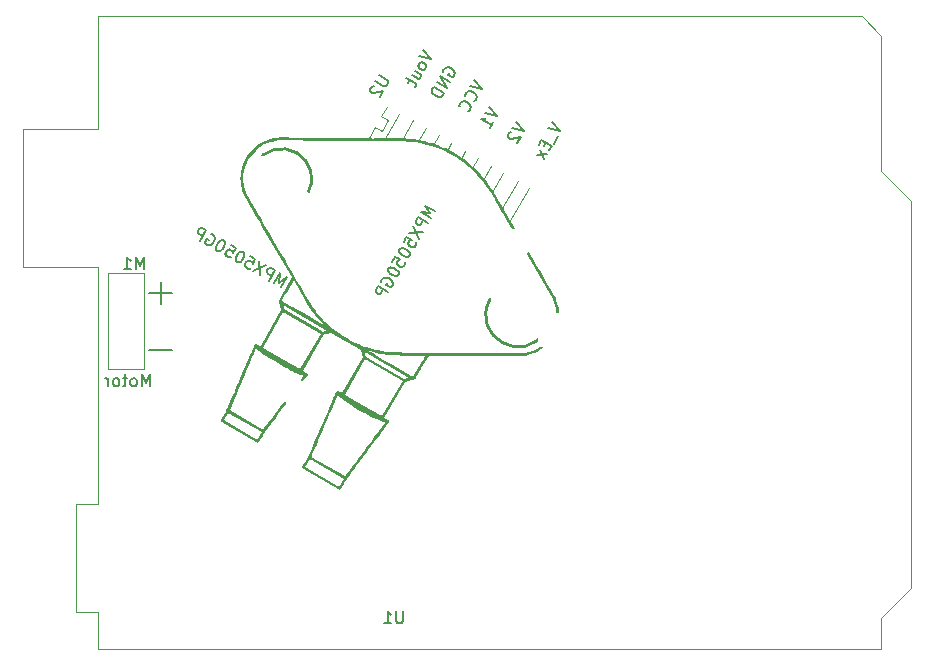
<source format=gbr>
%TF.GenerationSoftware,KiCad,Pcbnew,6.0.1-79c1e3a40b~116~ubuntu20.04.1*%
%TF.CreationDate,2022-01-30T00:58:34-05:00*%
%TF.ProjectId,Protogasm-Board-V2,50726f74-6f67-4617-936d-2d426f617264,rev?*%
%TF.SameCoordinates,PX68290a0PY76b1be0*%
%TF.FileFunction,Legend,Bot*%
%TF.FilePolarity,Positive*%
%FSLAX46Y46*%
G04 Gerber Fmt 4.6, Leading zero omitted, Abs format (unit mm)*
G04 Created by KiCad (PCBNEW 6.0.1-79c1e3a40b~116~ubuntu20.04.1) date 2022-01-30 00:58:34*
%MOMM*%
%LPD*%
G01*
G04 APERTURE LIST*
G04 Aperture macros list*
%AMRotRect*
0 Rectangle, with rotation*
0 The origin of the aperture is its center*
0 $1 length*
0 $2 width*
0 $3 Rotation angle, in degrees counterclockwise*
0 Add horizontal line*
21,1,$1,$2,0,0,$3*%
G04 Aperture macros list end*
%ADD10C,0.150000*%
%ADD11C,0.254000*%
%ADD12C,0.120000*%
%ADD13C,1.981200*%
%ADD14RotRect,1.981200X1.981200X240.000000*%
%ADD15C,1.600000*%
%ADD16O,1.600000X1.600000*%
%ADD17R,2.000000X2.000000*%
%ADD18C,2.000000*%
%ADD19R,2.500000X3.000000*%
%ADD20O,3.500000X3.500000*%
%ADD21R,1.905000X2.000000*%
%ADD22O,1.905000X2.000000*%
%ADD23C,2.159000*%
%ADD24R,1.800000X1.800000*%
%ADD25O,1.800000X1.800000*%
%ADD26C,1.524000*%
%ADD27C,2.540000*%
%ADD28R,1.600000X1.600000*%
%ADD29C,3.200000*%
G04 APERTURE END LIST*
D10*
%TO.C,U2*%
X23629559Y48490746D02*
X24330627Y48085984D01*
X24389296Y47997126D01*
X24406726Y47932077D01*
X24400346Y47825789D01*
X24305108Y47660832D01*
X24216250Y47602162D01*
X24151201Y47584733D01*
X24044913Y47591112D01*
X23343845Y47995874D01*
X23212037Y47577102D02*
X23146989Y47559672D01*
X23058130Y47501003D01*
X22939083Y47294806D01*
X22932703Y47188518D01*
X22950133Y47123469D01*
X23008802Y47034611D01*
X23091280Y46986992D01*
X23238808Y46956803D01*
X24019394Y47165960D01*
X23709870Y46629849D01*
X28406916Y36951489D02*
X27540890Y37451489D01*
X27992813Y36805671D01*
X27207557Y36874138D01*
X28073582Y36374138D01*
X27835487Y35961745D02*
X26969462Y36461745D01*
X26778986Y36131831D01*
X26772606Y36025543D01*
X26790036Y35960494D01*
X26848705Y35871635D01*
X26972423Y35800207D01*
X27078711Y35793827D01*
X27143760Y35811257D01*
X27232618Y35869926D01*
X27423094Y36199840D01*
X26517081Y35678198D02*
X27049773Y34600848D01*
X26183747Y35100848D02*
X27383106Y35178198D01*
X25755176Y34358541D02*
X25993271Y34770934D01*
X26429474Y34574078D01*
X26364425Y34556648D01*
X26275567Y34497979D01*
X26156519Y34291782D01*
X26150139Y34185494D01*
X26167569Y34120445D01*
X26226238Y34031587D01*
X26432435Y33912539D01*
X26538723Y33906160D01*
X26603772Y33923589D01*
X26692630Y33982259D01*
X26811678Y34188455D01*
X26818057Y34294743D01*
X26800628Y34359792D01*
X25421843Y33781190D02*
X25374224Y33698712D01*
X25367844Y33592424D01*
X25385274Y33527375D01*
X25443943Y33438516D01*
X25585091Y33302039D01*
X25791287Y33182991D01*
X25980054Y33128993D01*
X26086342Y33122613D01*
X26151391Y33140043D01*
X26240249Y33198712D01*
X26287868Y33281190D01*
X26294248Y33387479D01*
X26276818Y33452527D01*
X26218149Y33541386D01*
X26077001Y33677863D01*
X25870805Y33796911D01*
X25682038Y33850909D01*
X25575750Y33857289D01*
X25510701Y33839859D01*
X25421843Y33781190D01*
X24802795Y32708968D02*
X25040890Y33121361D01*
X25477093Y32924506D01*
X25412044Y32907076D01*
X25323186Y32848407D01*
X25204138Y32642210D01*
X25197758Y32535922D01*
X25215188Y32470873D01*
X25273857Y32382015D01*
X25480054Y32262967D01*
X25586342Y32256587D01*
X25651391Y32274017D01*
X25740249Y32332686D01*
X25859297Y32538883D01*
X25865676Y32645171D01*
X25848247Y32710220D01*
X24469462Y32131618D02*
X24421843Y32049140D01*
X24415463Y31942851D01*
X24432893Y31877803D01*
X24491562Y31788944D01*
X24632710Y31652467D01*
X24838906Y31533419D01*
X25027673Y31479420D01*
X25133961Y31473041D01*
X25199010Y31490470D01*
X25287868Y31549140D01*
X25335487Y31631618D01*
X25341867Y31737906D01*
X25324437Y31802955D01*
X25265768Y31891813D01*
X25124620Y32028291D01*
X24918424Y32147339D01*
X24729657Y32201337D01*
X24623369Y32207717D01*
X24558320Y32190287D01*
X24469462Y32131618D01*
X23867844Y30994347D02*
X23874224Y31100636D01*
X23945652Y31224353D01*
X24058320Y31324262D01*
X24188418Y31359121D01*
X24294706Y31352742D01*
X24483473Y31298743D01*
X24607191Y31227314D01*
X24748338Y31090837D01*
X24807007Y31001979D01*
X24841867Y30871881D01*
X24811678Y30724353D01*
X24764059Y30641875D01*
X24651391Y30541966D01*
X24586342Y30524537D01*
X24297667Y30691203D01*
X24392905Y30856161D01*
X24454535Y30105764D02*
X23588509Y30605764D01*
X23398033Y30275849D01*
X23391653Y30169561D01*
X23409083Y30104512D01*
X23467752Y30015654D01*
X23591470Y29944226D01*
X23697758Y29937846D01*
X23762807Y29955276D01*
X23851666Y30013945D01*
X24042142Y30343859D01*
X29109284Y48781734D02*
X29115664Y48888022D01*
X29187093Y49011740D01*
X29299761Y49111649D01*
X29429858Y49146508D01*
X29536146Y49140128D01*
X29724913Y49086130D01*
X29848631Y49014701D01*
X29989779Y48878224D01*
X30048448Y48789365D01*
X30083307Y48659268D01*
X30053118Y48511740D01*
X30005499Y48429262D01*
X29892831Y48329353D01*
X29827782Y48311923D01*
X29539107Y48478590D01*
X29634345Y48643547D01*
X29695975Y47893151D02*
X28829950Y48393151D01*
X29410261Y47398279D01*
X28544236Y47898279D01*
X29172166Y46985886D02*
X28306140Y47485886D01*
X28187093Y47279689D01*
X28156903Y47132162D01*
X28191763Y47002064D01*
X28250432Y46913206D01*
X28391580Y46776729D01*
X28515298Y46705300D01*
X28704064Y46651301D01*
X28810353Y46644921D01*
X28940450Y46679781D01*
X29053118Y46779689D01*
X29172166Y46985886D01*
X15361488Y30521084D02*
X15861488Y31387110D01*
X15215670Y30935187D01*
X15284137Y31720443D01*
X14784137Y30854418D01*
X14371744Y31092513D02*
X14871744Y31958538D01*
X14541830Y32149014D01*
X14435542Y32155394D01*
X14370493Y32137964D01*
X14281634Y32079295D01*
X14210206Y31955577D01*
X14203826Y31849289D01*
X14221256Y31784240D01*
X14279925Y31695382D01*
X14609839Y31504906D01*
X14088197Y32410919D02*
X13010847Y31878227D01*
X13510847Y32744253D02*
X13588197Y31544894D01*
X12768540Y33172824D02*
X13180933Y32934729D01*
X12984077Y32498526D01*
X12966647Y32563575D01*
X12907978Y32652433D01*
X12701781Y32771481D01*
X12595493Y32777861D01*
X12530444Y32760431D01*
X12441586Y32701762D01*
X12322538Y32495565D01*
X12316159Y32389277D01*
X12333588Y32324228D01*
X12392258Y32235370D01*
X12598454Y32116322D01*
X12704742Y32109943D01*
X12769791Y32127372D01*
X12191189Y33506157D02*
X12108711Y33553776D01*
X12002423Y33560156D01*
X11937374Y33542726D01*
X11848515Y33484057D01*
X11712038Y33342909D01*
X11592990Y33136713D01*
X11538992Y32947946D01*
X11532612Y32841658D01*
X11550042Y32776609D01*
X11608711Y32687751D01*
X11691189Y32640132D01*
X11797478Y32633752D01*
X11862526Y32651182D01*
X11951385Y32709851D01*
X12087862Y32850999D01*
X12206910Y33057195D01*
X12260908Y33245962D01*
X12267288Y33352250D01*
X12249858Y33417299D01*
X12191189Y33506157D01*
X11118967Y34125205D02*
X11531360Y33887110D01*
X11334505Y33450907D01*
X11317075Y33515956D01*
X11258406Y33604814D01*
X11052209Y33723862D01*
X10945921Y33730242D01*
X10880872Y33712812D01*
X10792014Y33654143D01*
X10672966Y33447946D01*
X10666586Y33341658D01*
X10684016Y33276609D01*
X10742685Y33187751D01*
X10948882Y33068703D01*
X11055170Y33062324D01*
X11120219Y33079753D01*
X10541617Y34458538D02*
X10459139Y34506157D01*
X10352850Y34512537D01*
X10287802Y34495107D01*
X10198943Y34436438D01*
X10062466Y34295290D01*
X9943418Y34089094D01*
X9889419Y33900327D01*
X9883040Y33794039D01*
X9900469Y33728990D01*
X9959139Y33640132D01*
X10041617Y33592513D01*
X10147905Y33586133D01*
X10212954Y33603563D01*
X10301812Y33662232D01*
X10438290Y33803380D01*
X10557338Y34009576D01*
X10611336Y34198343D01*
X10617716Y34304631D01*
X10600286Y34369680D01*
X10541617Y34458538D01*
X9404346Y35060156D02*
X9510635Y35053776D01*
X9634352Y34982348D01*
X9734261Y34869680D01*
X9769120Y34739582D01*
X9762741Y34633294D01*
X9708742Y34444527D01*
X9637313Y34320809D01*
X9500836Y34179662D01*
X9411978Y34120993D01*
X9281880Y34086133D01*
X9134352Y34116322D01*
X9051874Y34163941D01*
X8951965Y34276609D01*
X8934536Y34341658D01*
X9101202Y34630333D01*
X9266160Y34535095D01*
X8515763Y34473465D02*
X9015763Y35339491D01*
X8685848Y35529967D01*
X8579560Y35536347D01*
X8514511Y35518917D01*
X8425653Y35460248D01*
X8354225Y35336530D01*
X8347845Y35230242D01*
X8365275Y35165193D01*
X8423944Y35076334D01*
X8753858Y34885858D01*
X27369378Y50652894D02*
X28068737Y49864219D01*
X27036045Y50075544D01*
X27663975Y49163151D02*
X27670355Y49269439D01*
X27652925Y49334488D01*
X27594256Y49423346D01*
X27346820Y49566203D01*
X27240532Y49572583D01*
X27175483Y49555153D01*
X27086625Y49496484D01*
X27015196Y49372766D01*
X27008817Y49266478D01*
X27026246Y49201429D01*
X27084916Y49112571D01*
X27332351Y48969714D01*
X27438640Y48963334D01*
X27503688Y48980764D01*
X27592547Y49039433D01*
X27663975Y49163151D01*
X26491387Y48465501D02*
X27068737Y48132168D01*
X26705673Y48836655D02*
X27159305Y48574750D01*
X27217974Y48485892D01*
X27211594Y48379604D01*
X27140166Y48255886D01*
X27051307Y48197217D01*
X26986259Y48179787D01*
X26324720Y48176826D02*
X26134244Y47846912D01*
X25964617Y48219775D02*
X26706924Y47791204D01*
X26765593Y47702345D01*
X26759213Y47596057D01*
X26711594Y47513578D01*
X32957378Y45826895D02*
X33656737Y45038220D01*
X32624045Y45249545D01*
X33061499Y44007237D02*
X33347213Y44502109D01*
X33204356Y44254673D02*
X32338331Y44754673D01*
X32509668Y44765723D01*
X32639765Y44800583D01*
X32728624Y44859252D01*
X35243378Y44556893D02*
X35942737Y43768218D01*
X34910045Y43979543D01*
X34849667Y43684488D02*
X34784618Y43667058D01*
X34695759Y43608389D01*
X34576712Y43402192D01*
X34570332Y43295904D01*
X34587762Y43230855D01*
X34646431Y43141997D01*
X34728910Y43094378D01*
X34876437Y43064189D01*
X35657023Y43273346D01*
X35347499Y42737235D01*
X31687378Y48112894D02*
X32386737Y47324219D01*
X31354045Y47535544D01*
X31685211Y46299616D02*
X31750260Y46317046D01*
X31862928Y46416954D01*
X31910547Y46499433D01*
X31940736Y46646960D01*
X31905876Y46777058D01*
X31847207Y46865916D01*
X31706060Y47002394D01*
X31582342Y47073822D01*
X31393575Y47127821D01*
X31287287Y47134201D01*
X31157189Y47099341D01*
X31044521Y46999433D01*
X30996902Y46916954D01*
X30966713Y46769427D01*
X30984143Y46704378D01*
X31185211Y45433591D02*
X31250260Y45451020D01*
X31362928Y45550929D01*
X31410547Y45633407D01*
X31440736Y45780935D01*
X31405876Y45911032D01*
X31347207Y45999891D01*
X31206060Y46136368D01*
X31082342Y46207797D01*
X30893575Y46261796D01*
X30787287Y46268175D01*
X30657189Y46233316D01*
X30544521Y46133407D01*
X30496902Y46050929D01*
X30466713Y45903401D01*
X30484143Y45838352D01*
X38291378Y44556894D02*
X38990737Y43768219D01*
X37958045Y43979544D01*
X38858930Y43349446D02*
X38477978Y42689617D01*
X37822819Y42792944D02*
X37656152Y42504269D01*
X38038356Y42118647D02*
X38276451Y42531040D01*
X37410426Y43031040D01*
X37172331Y42618647D01*
X37871690Y41829971D02*
X37032435Y41709672D01*
X37294339Y42163305D02*
X37609785Y41376339D01*
%TO.C,M1*%
X3732404Y32059620D02*
X3732404Y33059620D01*
X3399071Y32345334D01*
X3065738Y33059620D01*
X3065738Y32059620D01*
X2065738Y32059620D02*
X2637166Y32059620D01*
X2351452Y32059620D02*
X2351452Y33059620D01*
X2446690Y32916762D01*
X2541928Y32821524D01*
X2637166Y32773905D01*
X6155738Y30044572D02*
X4220500Y30044572D01*
X5188119Y29076953D02*
X5188119Y31012191D01*
X4240404Y22153620D02*
X4240404Y23153620D01*
X3907071Y22439334D01*
X3573738Y23153620D01*
X3573738Y22153620D01*
X2954690Y22153620D02*
X3049928Y22201239D01*
X3097547Y22248858D01*
X3145166Y22344096D01*
X3145166Y22629810D01*
X3097547Y22725048D01*
X3049928Y22772667D01*
X2954690Y22820286D01*
X2811833Y22820286D01*
X2716595Y22772667D01*
X2668976Y22725048D01*
X2621357Y22629810D01*
X2621357Y22344096D01*
X2668976Y22248858D01*
X2716595Y22201239D01*
X2811833Y22153620D01*
X2954690Y22153620D01*
X2335642Y22820286D02*
X1954690Y22820286D01*
X2192785Y23153620D02*
X2192785Y22296477D01*
X2145166Y22201239D01*
X2049928Y22153620D01*
X1954690Y22153620D01*
X1478500Y22153620D02*
X1573738Y22201239D01*
X1621357Y22248858D01*
X1668976Y22344096D01*
X1668976Y22629810D01*
X1621357Y22725048D01*
X1573738Y22772667D01*
X1478500Y22820286D01*
X1335642Y22820286D01*
X1240404Y22772667D01*
X1192785Y22725048D01*
X1145166Y22629810D01*
X1145166Y22344096D01*
X1192785Y22248858D01*
X1240404Y22201239D01*
X1335642Y22153620D01*
X1478500Y22153620D01*
X716595Y22153620D02*
X716595Y22820286D01*
X716595Y22629810D02*
X668976Y22725048D01*
X621357Y22772667D01*
X526119Y22820286D01*
X430880Y22820286D01*
X6155738Y25218572D02*
X4220500Y25218572D01*
%TO.C,U1*%
X25699404Y3087620D02*
X25699404Y2278096D01*
X25651785Y2182858D01*
X25604166Y2135239D01*
X25508928Y2087620D01*
X25318452Y2087620D01*
X25223214Y2135239D01*
X25175595Y2182858D01*
X25127976Y2278096D01*
X25127976Y3087620D01*
X24127976Y2087620D02*
X24699404Y2087620D01*
X24413690Y2087620D02*
X24413690Y3087620D01*
X24508928Y2944762D01*
X24604166Y2849524D01*
X24699404Y2801905D01*
%TO.C,U2*%
G36*
X13636761Y25536150D02*
G01*
X15402781Y28594986D01*
X15316194Y28908283D01*
X15290119Y28997144D01*
X15287269Y29005570D01*
X15551072Y29005570D01*
X15595246Y28832497D01*
X15639419Y28659424D01*
X18865489Y26796852D01*
X18937266Y26755411D01*
X19109239Y26803692D01*
X19281211Y26851973D01*
X15551072Y29005570D01*
X15287269Y29005570D01*
X15247872Y29122064D01*
X15209144Y29215926D01*
X15179880Y29263250D01*
X15176150Y29266480D01*
X15165615Y29279578D01*
X15162057Y29298831D01*
X15168211Y29329728D01*
X15186811Y29377755D01*
X15189990Y29384403D01*
X15427872Y29384403D01*
X15434079Y29379802D01*
X15485935Y29347946D01*
X15586599Y29288295D01*
X15682053Y29232436D01*
X15731496Y29203502D01*
X15916053Y29096216D01*
X16135695Y28969088D01*
X16385848Y28824767D01*
X16661938Y28665903D01*
X16959391Y28495146D01*
X17273632Y28315146D01*
X19115240Y27261381D01*
X18943978Y27443992D01*
X18907955Y27482470D01*
X18680351Y27729562D01*
X18475820Y27960298D01*
X18288528Y28182794D01*
X18112645Y28405173D01*
X17942335Y28635554D01*
X17771767Y28882057D01*
X17595108Y29152803D01*
X17406524Y29455910D01*
X17200184Y29799501D01*
X16970255Y30191693D01*
X16433507Y31115100D01*
X15928614Y30257498D01*
X15868240Y30154788D01*
X15748931Y29950804D01*
X15642827Y29768056D01*
X15553797Y29613292D01*
X15485714Y29493263D01*
X15442449Y29414717D01*
X15427872Y29384403D01*
X15189990Y29384403D01*
X15220589Y29448402D01*
X15272283Y29547154D01*
X15344626Y29679502D01*
X15440352Y29850932D01*
X15562197Y30066934D01*
X15712893Y30332993D01*
X16295635Y31361067D01*
X14277584Y34811995D01*
X14043776Y35212192D01*
X13796472Y35636328D01*
X13558969Y36044515D01*
X13333318Y36433193D01*
X13121565Y36798802D01*
X12925761Y37137782D01*
X12747956Y37446572D01*
X12590199Y37721616D01*
X12454540Y37959349D01*
X12343028Y38156214D01*
X12257713Y38308650D01*
X12200644Y38413099D01*
X12173871Y38465999D01*
X12157337Y38507489D01*
X12099323Y38686197D01*
X12043047Y38906600D01*
X11992568Y39151555D01*
X11951942Y39403912D01*
X11948985Y39426940D01*
X11941639Y39579059D01*
X12179460Y39579059D01*
X12223869Y39197806D01*
X12319752Y38797096D01*
X12322534Y38787643D01*
X12336277Y38743122D01*
X12352082Y38696975D01*
X12371458Y38646525D01*
X12395913Y38589094D01*
X12426957Y38522005D01*
X12466098Y38442581D01*
X12514845Y38348143D01*
X12574705Y38236016D01*
X12647189Y38103521D01*
X12733803Y37947982D01*
X12836057Y37766719D01*
X12955460Y37557057D01*
X13093521Y37316319D01*
X13251745Y37041826D01*
X13431645Y36730901D01*
X13634727Y36380867D01*
X13862501Y35989047D01*
X14116474Y35552763D01*
X14398156Y35069338D01*
X14709055Y34536095D01*
X15050679Y33950354D01*
X15309028Y33507598D01*
X15666788Y32895120D01*
X15995212Y32333802D01*
X16295836Y31821134D01*
X16570199Y31354605D01*
X16571001Y31353247D01*
X16819837Y30931704D01*
X17046286Y30549921D01*
X17251084Y30206745D01*
X17435768Y29899667D01*
X17601873Y29626173D01*
X17750937Y29383756D01*
X17884498Y29169903D01*
X18004092Y28982103D01*
X18111256Y28817849D01*
X18207526Y28674625D01*
X18294439Y28549925D01*
X18373534Y28441236D01*
X18446345Y28346049D01*
X18514412Y28261851D01*
X18579269Y28186134D01*
X18608438Y28153283D01*
X18763939Y27983758D01*
X18941770Y27797266D01*
X19131102Y27604566D01*
X19321102Y27416415D01*
X19500938Y27243569D01*
X19659782Y27096787D01*
X19786801Y26986824D01*
X20009474Y26816077D01*
X20293594Y26619297D01*
X20611246Y26416081D01*
X20948692Y26214360D01*
X21292196Y26022064D01*
X21628022Y25847125D01*
X21942433Y25697473D01*
X22221695Y25581038D01*
X22250726Y25570299D01*
X22420867Y25512997D01*
X22635675Y25447395D01*
X22675922Y25435900D01*
X22880416Y25377495D01*
X23140361Y25307298D01*
X23400776Y25240805D01*
X23646931Y25182019D01*
X23864094Y25134939D01*
X23929281Y25122439D01*
X24032988Y25105122D01*
X24147625Y25089216D01*
X24276137Y25074644D01*
X24421465Y25061330D01*
X24586551Y25049199D01*
X24774339Y25038176D01*
X24987771Y25028184D01*
X25229790Y25019148D01*
X25503339Y25010992D01*
X25811360Y25003640D01*
X26156796Y24997018D01*
X26542590Y24991050D01*
X26971684Y24985658D01*
X27447021Y24980769D01*
X27706914Y24978557D01*
X27971544Y24976305D01*
X28548197Y24972193D01*
X29179919Y24968354D01*
X29869657Y24964716D01*
X30620350Y24961201D01*
X30768873Y24960542D01*
X31433840Y24957630D01*
X32038631Y24955086D01*
X32586319Y24952942D01*
X33079976Y24951231D01*
X33522676Y24949984D01*
X33917492Y24949235D01*
X34267496Y24949014D01*
X34575762Y24949354D01*
X34845362Y24950289D01*
X35079370Y24951849D01*
X35280858Y24954067D01*
X35452900Y24956974D01*
X35598568Y24960605D01*
X35720935Y24964990D01*
X35823075Y24970162D01*
X35908060Y24976152D01*
X35978962Y24982994D01*
X36038857Y24990720D01*
X36090815Y24999361D01*
X36137910Y25008950D01*
X36183215Y25019520D01*
X36304393Y25050813D01*
X36685621Y25177630D01*
X37028626Y25341743D01*
X37348780Y25551422D01*
X37661459Y25814940D01*
X37716950Y25868262D01*
X37839383Y25994885D01*
X37951020Y26121140D01*
X38033119Y26226281D01*
X38102049Y26324754D01*
X38170620Y26421843D01*
X38218254Y26488315D01*
X38304390Y26630197D01*
X38397933Y26834824D01*
X38485865Y27076085D01*
X38563996Y27339700D01*
X38628134Y27611392D01*
X38674089Y27876881D01*
X38697671Y28121889D01*
X38700434Y28217655D01*
X38696806Y28333026D01*
X38683069Y28453566D01*
X38656980Y28593227D01*
X38616294Y28765964D01*
X38558767Y28985730D01*
X38405756Y29554542D01*
X36255763Y33211021D01*
X35995392Y33653833D01*
X35720892Y34120669D01*
X35449244Y34582651D01*
X35183134Y35035215D01*
X34925246Y35473790D01*
X34678266Y35893815D01*
X34444879Y36290720D01*
X34227769Y36659940D01*
X34029622Y36996909D01*
X33853123Y37297060D01*
X33700957Y37555827D01*
X33575808Y37768643D01*
X33480364Y37930943D01*
X33456331Y37971755D01*
X33207025Y38387811D01*
X32978785Y38753523D01*
X32766455Y39075963D01*
X32564883Y39362199D01*
X32368912Y39619300D01*
X32173392Y39854337D01*
X31973166Y40074378D01*
X31763083Y40286493D01*
X31281238Y40729823D01*
X30753093Y41157343D01*
X30213282Y41531552D01*
X29652506Y41857817D01*
X29061468Y42141506D01*
X28430866Y42387991D01*
X27751405Y42602636D01*
X27724847Y42610121D01*
X27436292Y42684819D01*
X27145008Y42747102D01*
X26842293Y42797897D01*
X26519449Y42838134D01*
X26167776Y42868741D01*
X25778577Y42890647D01*
X25343151Y42904780D01*
X24852798Y42912070D01*
X24675842Y42913488D01*
X24431891Y42915438D01*
X24134360Y42917813D01*
X23788547Y42920572D01*
X23399748Y42923670D01*
X22973261Y42927068D01*
X22514382Y42930723D01*
X22028409Y42934592D01*
X21520639Y42938633D01*
X20996368Y42942804D01*
X20460895Y42947063D01*
X19919515Y42951368D01*
X19377527Y42955675D01*
X15135926Y42989384D01*
X14566814Y42837490D01*
X14436069Y42801657D01*
X14182071Y42723485D01*
X13969369Y42641439D01*
X13782696Y42547216D01*
X13606784Y42432515D01*
X13426366Y42289032D01*
X13226173Y42108466D01*
X13135945Y42020985D01*
X12832239Y41674373D01*
X12586716Y41301540D01*
X12399089Y40901995D01*
X12269067Y40475245D01*
X12242923Y40353881D01*
X12185989Y39958528D01*
X12179460Y39579059D01*
X11941639Y39579059D01*
X11936687Y39681594D01*
X11953239Y39973039D01*
X11995793Y40284450D01*
X12061498Y40599003D01*
X12147507Y40899870D01*
X12250972Y41170227D01*
X12318213Y41310154D01*
X12522680Y41651955D01*
X12773074Y41978645D01*
X13059561Y42280482D01*
X13372307Y42547726D01*
X13701474Y42770635D01*
X14037231Y42939468D01*
X14063693Y42950108D01*
X14247137Y43013507D01*
X14463182Y43074704D01*
X14693357Y43129607D01*
X14919193Y43174125D01*
X15122220Y43204169D01*
X15283969Y43215645D01*
X15366575Y43215803D01*
X15512675Y43215501D01*
X15709746Y43214726D01*
X15952796Y43213517D01*
X16236829Y43211913D01*
X16556852Y43209952D01*
X16907869Y43207674D01*
X17284887Y43205118D01*
X17682911Y43202322D01*
X18096947Y43199325D01*
X18522001Y43196168D01*
X18953077Y43192887D01*
X19385182Y43189522D01*
X19813322Y43186113D01*
X20232501Y43182698D01*
X20637727Y43179316D01*
X21024003Y43176005D01*
X21386337Y43172806D01*
X21719733Y43169757D01*
X22019198Y43166897D01*
X22279736Y43164264D01*
X22496353Y43161898D01*
X22664056Y43159838D01*
X22777849Y43158121D01*
X22832739Y43156790D01*
X22942902Y43149863D01*
X23066801Y43138406D01*
X23156242Y43126044D01*
X23167239Y43124098D01*
X23240797Y43119415D01*
X23278962Y43131524D01*
X23282297Y43133966D01*
X23330760Y43142612D01*
X23423427Y43149031D01*
X23544513Y43153024D01*
X23678233Y43154388D01*
X23808801Y43152923D01*
X23920432Y43148425D01*
X23997341Y43140694D01*
X24043670Y43137164D01*
X24140231Y43136784D01*
X24255745Y43140969D01*
X24364464Y43145026D01*
X24534806Y43148058D01*
X24742504Y43149516D01*
X24973518Y43149453D01*
X25213809Y43147923D01*
X25449336Y43144976D01*
X25666060Y43140665D01*
X25849942Y43135042D01*
X25994917Y43127597D01*
X26240009Y43108549D01*
X26493768Y43082295D01*
X26738058Y43051011D01*
X26954741Y43016872D01*
X27125678Y42982051D01*
X27221053Y42960556D01*
X27327456Y42940430D01*
X27397712Y42931727D01*
X27453998Y42925337D01*
X27583213Y42897664D01*
X27756189Y42851062D01*
X27963567Y42788593D01*
X28195992Y42713318D01*
X28444107Y42628301D01*
X28698555Y42536603D01*
X28949981Y42441288D01*
X29189028Y42345417D01*
X29324070Y42287366D01*
X29621070Y42146974D01*
X29773448Y42067294D01*
X29923622Y41988766D01*
X30215116Y41822039D01*
X30478940Y41656096D01*
X30698486Y41500234D01*
X30871179Y41365202D01*
X31162220Y41129072D01*
X31448887Y40886620D01*
X31719055Y40648397D01*
X31960601Y40424955D01*
X32161403Y40226850D01*
X32197245Y40189025D01*
X32322476Y40047346D01*
X32466017Y39873728D01*
X32620409Y39678255D01*
X32778193Y39471004D01*
X32931911Y39262057D01*
X33074106Y39061497D01*
X33197316Y38879404D01*
X33294085Y38725857D01*
X33356955Y38610939D01*
X33360402Y38604058D01*
X33393327Y38544221D01*
X33454064Y38437529D01*
X33538833Y38290495D01*
X33643857Y38109629D01*
X33765356Y37901442D01*
X33899554Y37672447D01*
X34042670Y37429154D01*
X34064529Y37392063D01*
X34211380Y37142778D01*
X34352427Y36903190D01*
X34483226Y36680857D01*
X34599334Y36483335D01*
X34696310Y36318180D01*
X34769711Y36192951D01*
X34815093Y36115206D01*
X34844586Y36064718D01*
X34905853Y35960208D01*
X34995110Y35808148D01*
X35110044Y35612471D01*
X35248344Y35377114D01*
X35407695Y35106010D01*
X35585784Y34803094D01*
X35780299Y34472302D01*
X35988927Y34117568D01*
X36209353Y33742826D01*
X36439265Y33352012D01*
X36676350Y32949060D01*
X36893861Y32579346D01*
X37124084Y32187910D01*
X37344857Y31812416D01*
X37553888Y31456775D01*
X37748876Y31124901D01*
X37927526Y30820705D01*
X38087541Y30548101D01*
X38226623Y30311000D01*
X38342474Y30113315D01*
X38432799Y29958959D01*
X38495300Y29851842D01*
X38527680Y29795880D01*
X38539106Y29775170D01*
X38611212Y29620478D01*
X38686916Y29423803D01*
X38760526Y29203186D01*
X38826349Y28976667D01*
X38878697Y28762287D01*
X38911875Y28578086D01*
X38927970Y28371981D01*
X38922694Y28071166D01*
X38890616Y27748504D01*
X38834473Y27422952D01*
X38757001Y27113472D01*
X38660934Y26839021D01*
X38621083Y26746979D01*
X38403790Y26338665D01*
X38136032Y25969160D01*
X37816197Y25636169D01*
X37782578Y25606020D01*
X37606380Y25459777D01*
X37413830Y25315870D01*
X37220420Y25184902D01*
X37041640Y25077476D01*
X36892981Y25004197D01*
X36685533Y24924931D01*
X36466887Y24851589D01*
X36255763Y24789856D01*
X36069048Y24744669D01*
X35923631Y24720960D01*
X35882702Y24719054D01*
X35776890Y24716994D01*
X35614594Y24715328D01*
X35399957Y24714056D01*
X35137122Y24713179D01*
X34830233Y24712696D01*
X34483429Y24712609D01*
X34100856Y24712919D01*
X33686655Y24713626D01*
X33244970Y24714730D01*
X32779940Y24716232D01*
X32295712Y24718132D01*
X31796426Y24720431D01*
X27878578Y24739803D01*
X27259565Y23699588D01*
X27195708Y23592302D01*
X27048670Y23345636D01*
X26929588Y23146979D01*
X26835097Y22991295D01*
X26761834Y22873545D01*
X26706432Y22788694D01*
X26665528Y22731703D01*
X26635759Y22697537D01*
X26613757Y22681157D01*
X26596161Y22677527D01*
X26579603Y22681610D01*
X26550159Y22684560D01*
X26463908Y22676323D01*
X26343076Y22654667D01*
X26204039Y22622183D01*
X25889423Y22540521D01*
X24123403Y19481684D01*
X24331790Y19361372D01*
X24339304Y19356924D01*
X24401048Y19320373D01*
X24483858Y19264653D01*
X24524177Y19223226D01*
X24531714Y19187658D01*
X24531328Y19186437D01*
X24507177Y19148027D01*
X24447672Y19062604D01*
X24355514Y18933846D01*
X24233404Y18765428D01*
X24084039Y18561027D01*
X23910124Y18324320D01*
X23714356Y18058985D01*
X23499438Y17768697D01*
X23268070Y17457131D01*
X23022953Y17127966D01*
X22766786Y16784877D01*
X22623648Y16593372D01*
X22327461Y16196668D01*
X22065788Y15845444D01*
X21835872Y15535880D01*
X21634948Y15264155D01*
X21460256Y15026446D01*
X21309037Y14818933D01*
X21178528Y14637793D01*
X21065968Y14479206D01*
X20968597Y14339350D01*
X20883652Y14214402D01*
X20808374Y14100543D01*
X20740002Y13993951D01*
X20675773Y13890803D01*
X20341225Y13346107D01*
X17131593Y15199189D01*
X17172766Y15275203D01*
X17415280Y15275203D01*
X20265212Y13629794D01*
X20664583Y14321525D01*
X17814651Y15966934D01*
X17415280Y15275203D01*
X17172766Y15275203D01*
X17436039Y15761264D01*
X17461427Y15808429D01*
X17518806Y15917452D01*
X17577953Y16033694D01*
X17639673Y16159171D01*
X17928982Y16159171D01*
X20773899Y14516658D01*
X20784814Y14529771D01*
X20841306Y14597641D01*
X20849783Y14608361D01*
X20895007Y14667675D01*
X20974031Y14772489D01*
X21083865Y14918801D01*
X21221518Y15102610D01*
X21384000Y15319914D01*
X21568321Y15566715D01*
X21771490Y15839010D01*
X21990515Y16132799D01*
X22222408Y16444080D01*
X22464177Y16768854D01*
X22569569Y16910466D01*
X22808140Y17230940D01*
X23035886Y17536748D01*
X23249770Y17823823D01*
X23446762Y18088099D01*
X23623825Y18325505D01*
X23777926Y18531978D01*
X23906030Y18703446D01*
X24005104Y18835845D01*
X24072111Y18925105D01*
X24104019Y18967160D01*
X24126495Y18996556D01*
X24167446Y19054807D01*
X24179603Y19080315D01*
X24177118Y19081342D01*
X24133992Y19093460D01*
X24057560Y19112467D01*
X23995157Y19131150D01*
X23860433Y19182250D01*
X23684347Y19257329D01*
X23475671Y19352273D01*
X23243176Y19462963D01*
X22995629Y19585279D01*
X22741803Y19715106D01*
X22490465Y19848323D01*
X22219046Y19999077D01*
X21925415Y20169971D01*
X21628431Y20349818D01*
X21338098Y20532213D01*
X21315962Y20546654D01*
X21799094Y20546654D01*
X21819038Y20529513D01*
X21875942Y20488982D01*
X21966589Y20426603D01*
X22021646Y20389885D01*
X22206971Y20275092D01*
X22407065Y20161210D01*
X22589147Y20067169D01*
X22660202Y20033221D01*
X22735627Y19998081D01*
X22773266Y19982604D01*
X22770172Y19988805D01*
X22723402Y20018694D01*
X22630011Y20074288D01*
X22487053Y20157600D01*
X22291583Y20270642D01*
X22153244Y20350434D01*
X21993184Y20442292D01*
X21882951Y20504586D01*
X21819326Y20538859D01*
X21799094Y20546654D01*
X21315962Y20546654D01*
X21064425Y20710747D01*
X20817419Y20879013D01*
X20607084Y21030602D01*
X20443430Y21159108D01*
X20357699Y21230518D01*
X20264976Y21306521D01*
X20200186Y21358120D01*
X20173763Y21376890D01*
X20169568Y21368674D01*
X20143526Y21310956D01*
X20095655Y21202382D01*
X20028170Y21048087D01*
X19943287Y20853206D01*
X19843221Y20622872D01*
X19730186Y20362221D01*
X19606398Y20076385D01*
X19474072Y19770500D01*
X19335422Y19449699D01*
X19192665Y19119118D01*
X19048014Y18783889D01*
X18903684Y18449147D01*
X18761891Y18120026D01*
X18624850Y17801662D01*
X18494776Y17499187D01*
X18373884Y17217736D01*
X18264388Y16962443D01*
X18168504Y16738444D01*
X18088447Y16550871D01*
X18026432Y16404858D01*
X17984673Y16305541D01*
X17965387Y16258053D01*
X17928982Y16159171D01*
X17639673Y16159171D01*
X17640797Y16161457D01*
X17709265Y16305043D01*
X17785287Y16468754D01*
X17870791Y16656892D01*
X17967708Y16873759D01*
X18077965Y17123656D01*
X18203492Y17410886D01*
X18346218Y17739751D01*
X18508071Y18114552D01*
X18690979Y18539591D01*
X18896875Y19019171D01*
X18916241Y19064310D01*
X19084635Y19456043D01*
X19246288Y19830774D01*
X19399367Y20184324D01*
X19542038Y20512520D01*
X19672467Y20811181D01*
X19788821Y21076133D01*
X19889266Y21303196D01*
X19946227Y21430615D01*
X20747755Y21430615D01*
X22407909Y20472125D01*
X23929718Y19593508D01*
X25670976Y22609456D01*
X22489013Y24446563D01*
X20747755Y21430615D01*
X19946227Y21430615D01*
X19971968Y21488195D01*
X20035093Y21626953D01*
X20076808Y21715291D01*
X20095280Y21749034D01*
X20112894Y21758278D01*
X20158103Y21755661D01*
X20231646Y21725216D01*
X20345683Y21662752D01*
X20554070Y21542439D01*
X22318539Y24598589D01*
X22234824Y24915260D01*
X22197704Y25055671D01*
X22456396Y25055671D01*
X22506709Y24860608D01*
X22557020Y24665545D01*
X25782800Y22803141D01*
X25826616Y22777843D01*
X26020702Y22831803D01*
X26214787Y22885763D01*
X22456396Y25055671D01*
X22197704Y25055671D01*
X22179545Y25124360D01*
X22843447Y25124360D01*
X22844989Y25120798D01*
X22887266Y25091006D01*
X22979111Y25032939D01*
X23116552Y24948962D01*
X23295615Y24841440D01*
X23512326Y24712739D01*
X23762711Y24565224D01*
X24042797Y24401261D01*
X24348609Y24223215D01*
X24676173Y24033451D01*
X26564113Y22942326D01*
X27075308Y23827742D01*
X27137595Y23936025D01*
X27258671Y24149002D01*
X27364057Y24337779D01*
X27450412Y24496180D01*
X27514397Y24618030D01*
X27552669Y24697151D01*
X27561890Y24727368D01*
X27530880Y24730467D01*
X27442435Y24733806D01*
X27304206Y24736970D01*
X27123574Y24739846D01*
X26907919Y24742315D01*
X26664624Y24744263D01*
X26401070Y24745574D01*
X26053643Y24747745D01*
X25620530Y24754083D01*
X25237268Y24764954D01*
X24895742Y24781093D01*
X24587832Y24803236D01*
X24305425Y24832122D01*
X24040400Y24868486D01*
X23784642Y24913064D01*
X23530035Y24966594D01*
X23268459Y25029810D01*
X23125596Y25065235D01*
X22993848Y25095879D01*
X22894980Y25116659D01*
X22843447Y25124360D01*
X22179545Y25124360D01*
X22151107Y25231930D01*
X19605453Y26701664D01*
X19288783Y26617948D01*
X18972112Y26534232D01*
X17206092Y23475395D01*
X17428314Y23347095D01*
X17520925Y23291971D01*
X17598280Y23238778D01*
X17635399Y23199136D01*
X17641975Y23164776D01*
X17641385Y23163078D01*
X17615892Y23123131D01*
X17554909Y23036439D01*
X17461145Y22906658D01*
X17337310Y22737440D01*
X17186113Y22532442D01*
X17010262Y22295317D01*
X16812466Y22029719D01*
X16595436Y21739303D01*
X16361879Y21427723D01*
X16114505Y21098633D01*
X15856023Y20755687D01*
X15689219Y20534602D01*
X15393278Y20141907D01*
X15131897Y19794326D01*
X14902328Y19488090D01*
X14701821Y19219426D01*
X14527625Y18984567D01*
X14376991Y18779742D01*
X14247168Y18601179D01*
X14135407Y18445111D01*
X14038958Y18307765D01*
X13955070Y18185374D01*
X13880993Y18074165D01*
X13813977Y17970370D01*
X13751275Y17870218D01*
X13423915Y17339818D01*
X10241952Y19176925D01*
X10282911Y19252939D01*
X10525639Y19252939D01*
X13347901Y17623505D01*
X13731298Y18287567D01*
X10909036Y19917001D01*
X10525639Y19252939D01*
X10282911Y19252939D01*
X10537613Y19725626D01*
X10566129Y19778955D01*
X10621790Y19885663D01*
X10679424Y20000122D01*
X10732477Y20109238D01*
X11023368Y20109238D01*
X13840615Y18482700D01*
X13851380Y18495556D01*
X13908295Y18563524D01*
X13918726Y18576668D01*
X13966553Y18638927D01*
X14048222Y18746299D01*
X14160742Y18894823D01*
X14301131Y19080541D01*
X14466397Y19299494D01*
X14653555Y19547723D01*
X14859616Y19821267D01*
X15081592Y20116169D01*
X15316497Y20428469D01*
X15561342Y20754207D01*
X15688018Y20922762D01*
X15928134Y21242102D01*
X16156775Y21545971D01*
X16370954Y21830414D01*
X16567683Y22091468D01*
X16743973Y22325176D01*
X16896840Y22527578D01*
X17023292Y22694715D01*
X17120346Y22822627D01*
X17185012Y22907354D01*
X17214305Y22944938D01*
X17216942Y22948124D01*
X17255631Y23008978D01*
X17253579Y23042164D01*
X17251276Y23043355D01*
X17204221Y23062795D01*
X17111193Y23098669D01*
X16984475Y23146303D01*
X16836352Y23201018D01*
X16750130Y23233109D01*
X16654112Y23270836D01*
X16559970Y23311049D01*
X16460576Y23357470D01*
X16348801Y23413823D01*
X16217516Y23483832D01*
X16059594Y23571217D01*
X15867905Y23679704D01*
X15635320Y23813017D01*
X15354713Y23974877D01*
X15282836Y24016473D01*
X14886198Y24248909D01*
X14539499Y24457746D01*
X14377444Y24558991D01*
X14828402Y24558991D01*
X14877750Y24522588D01*
X14927871Y24488768D01*
X15061662Y24402574D01*
X15226627Y24300008D01*
X15406467Y24191133D01*
X15584891Y24086008D01*
X15693232Y24023941D01*
X15855863Y23933490D01*
X16001679Y23855494D01*
X16117978Y23796693D01*
X16192062Y23763824D01*
X16200850Y23761067D01*
X16197883Y23770428D01*
X16143676Y23808234D01*
X16041751Y23872312D01*
X15895635Y23960482D01*
X15708851Y24070573D01*
X15484922Y24200405D01*
X15369393Y24266807D01*
X15154301Y24389459D01*
X14993215Y24479706D01*
X14885575Y24537846D01*
X14830824Y24564175D01*
X14828402Y24558991D01*
X14377444Y24558991D01*
X14236469Y24647066D01*
X13970843Y24820957D01*
X13736353Y24983502D01*
X13526732Y25138786D01*
X13335712Y25290896D01*
X13240250Y25369777D01*
X13202471Y25266430D01*
X13196211Y25250569D01*
X13165999Y25177457D01*
X13113642Y25052488D01*
X13041076Y24880239D01*
X12950242Y24665289D01*
X12843079Y24412214D01*
X12721525Y24125593D01*
X12587519Y23810002D01*
X12443002Y23470018D01*
X12289911Y23110221D01*
X12130186Y22735186D01*
X12047552Y22541206D01*
X11891057Y22173588D01*
X11742221Y21823642D01*
X11602982Y21495933D01*
X11475273Y21195030D01*
X11361031Y20925498D01*
X11262188Y20691905D01*
X11180681Y20498818D01*
X11118444Y20350805D01*
X11077413Y20252430D01*
X11059523Y20208263D01*
X11023368Y20109238D01*
X10732477Y20109238D01*
X10740920Y20126602D01*
X10808169Y20269368D01*
X10883061Y20432686D01*
X10967485Y20620824D01*
X11063333Y20838048D01*
X11172491Y21088624D01*
X11296854Y21376820D01*
X11438308Y21706901D01*
X11598746Y22083135D01*
X11780055Y22509788D01*
X11984128Y22991127D01*
X12008831Y23049427D01*
X12175766Y23442608D01*
X12335993Y23818633D01*
X12487700Y24173332D01*
X12629080Y24502530D01*
X12758321Y24802055D01*
X12873612Y25067732D01*
X12973146Y25295389D01*
X13030128Y25424326D01*
X13830446Y25424326D01*
X15601276Y24401936D01*
X17012407Y23587219D01*
X18753665Y26603167D01*
X15571704Y28440273D01*
X13830446Y25424326D01*
X13030128Y25424326D01*
X13055110Y25480853D01*
X13117694Y25619950D01*
X13159089Y25708507D01*
X13177484Y25742351D01*
X13196177Y25752076D01*
X13241408Y25749253D01*
X13314694Y25718790D01*
X13411203Y25665877D01*
X13428372Y25656463D01*
X13636761Y25536150D01*
G37*
D11*
X17624231Y38413974D02*
G75*
G03*
X13198351Y40998124I-2212940J1292075D01*
G01*
X33061135Y29501474D02*
G75*
G03*
X37766021Y26900576I2352443J-1300449D01*
G01*
D12*
X25369615Y45229372D02*
X24099615Y43029668D01*
X23349045Y44109642D02*
X23903301Y43789642D01*
X35407388Y39555305D02*
X34072388Y37243017D01*
X30979498Y42105975D02*
X30579498Y41413154D01*
X36400817Y38975975D02*
X34700817Y36031488D01*
X26562769Y44655975D02*
X25597769Y42984546D01*
X29801704Y42785975D02*
X29404204Y42097484D01*
X33187863Y40830975D02*
X32482863Y39609879D01*
X24443301Y44724949D02*
X23871725Y45054949D01*
X22784045Y43131033D02*
X23349045Y44109642D01*
X32018729Y41505975D02*
X31511229Y40626959D01*
X23871725Y45054949D02*
X24321725Y45834372D01*
X25549468Y43000885D02*
X27027621Y42921122D01*
X23903301Y43789642D02*
X24443301Y44724949D01*
X26984320Y42946122D02*
X27619320Y44045975D01*
X28736493Y43400975D02*
X28248993Y42556600D01*
X34201113Y40245975D02*
X33236113Y38574546D01*
%TO.C,M1*%
X3810000Y31750000D02*
X762000Y31750000D01*
X762000Y31750000D02*
X762000Y23622000D01*
X762000Y23622000D02*
X3810000Y23622000D01*
X3810000Y23622000D02*
X3810000Y31750000D01*
%TO.C,U1*%
X66170000Y51820000D02*
X66170000Y40390000D01*
X66170000Y2540000D02*
X66170000Y-130000D01*
X-130000Y43940000D02*
X-130000Y53470000D01*
X68710000Y5080000D02*
X66170000Y2540000D01*
X-6480000Y32260000D02*
X-6480000Y43940000D01*
X66170000Y40390000D02*
X68710000Y37850000D01*
X-130000Y3050000D02*
X-2030000Y3050000D01*
X-130000Y-130000D02*
X-130000Y3050000D01*
X-130000Y12190000D02*
X-130000Y32260000D01*
X66170000Y-130000D02*
X-130000Y-130000D01*
X-130000Y32260000D02*
X-6480000Y32260000D01*
X-2030000Y12190000D02*
X-130000Y12190000D01*
X-130000Y53470000D02*
X64520000Y53470000D01*
X-2030000Y3050000D02*
X-2030000Y12190000D01*
X68710000Y37850000D02*
X68710000Y5080000D01*
X-6480000Y43940000D02*
X-130000Y43940000D01*
X64520000Y53470000D02*
X66170000Y51820000D01*
%TD*%
%LPC*%
D13*
%TO.C,U2*%
X36398523Y40132000D03*
X34198818Y41402000D03*
X31999114Y42672000D03*
X29799409Y43942000D03*
X27599705Y45212000D03*
D14*
X25400000Y46482000D03*
%TD*%
D15*
%TO.C,R1*%
X21336000Y40894000D03*
D16*
X13716000Y40894000D03*
%TD*%
D17*
%TO.C,SW1*%
X35266000Y34428000D03*
D18*
X30266000Y34428000D03*
X32766000Y34428000D03*
D19*
X38366000Y26928000D03*
X27166000Y26928000D03*
D18*
X35266000Y19928000D03*
X30266000Y19928000D03*
%TD*%
D15*
%TO.C,C1*%
X25654000Y38354000D03*
X25654000Y40854000D03*
%TD*%
D20*
%TO.C,Q1*%
X17526000Y20932000D03*
D21*
X20066000Y37592000D03*
D22*
X17526000Y37592000D03*
X14986000Y37592000D03*
%TD*%
D23*
%TO.C,J1*%
X2286000Y20320000D03*
X2286000Y17780000D03*
X2286000Y15240000D03*
%TD*%
D24*
%TO.C,D1*%
X7112000Y31750000D03*
D25*
X7112000Y24130000D03*
%TD*%
D26*
%TO.C,R2*%
X2540000Y45974000D03*
X5080000Y51054000D03*
X7620000Y45974000D03*
%TD*%
D27*
%TO.C,M1*%
X2286000Y30226000D03*
X2286000Y25146000D03*
%TD*%
D16*
%TO.C,U1*%
X18800000Y50800000D03*
X21340000Y50800000D03*
X23880000Y50800000D03*
X26420000Y50800000D03*
X28960000Y50800000D03*
X31500000Y50800000D03*
X34040000Y50800000D03*
X36580000Y50800000D03*
X39120000Y50800000D03*
X41660000Y50800000D03*
X45720000Y50800000D03*
X48260000Y50800000D03*
X50800000Y50800000D03*
X53340000Y50800000D03*
X55880000Y50800000D03*
X58420000Y50800000D03*
X60960000Y50800000D03*
X63500000Y50800000D03*
X63500000Y2540000D03*
X60960000Y2540000D03*
X58420000Y2540000D03*
X55880000Y2540000D03*
X53340000Y2540000D03*
X50800000Y2540000D03*
X45720000Y2540000D03*
X43180000Y2540000D03*
X40640000Y2540000D03*
X38100000Y2540000D03*
X35560000Y2540000D03*
X33020000Y2540000D03*
X30480000Y2540000D03*
D28*
X27940000Y2540000D03*
D29*
X66040000Y35560000D03*
X13970000Y2540000D03*
X66040000Y7620000D03*
X15240000Y50800000D03*
%TD*%
M02*

</source>
